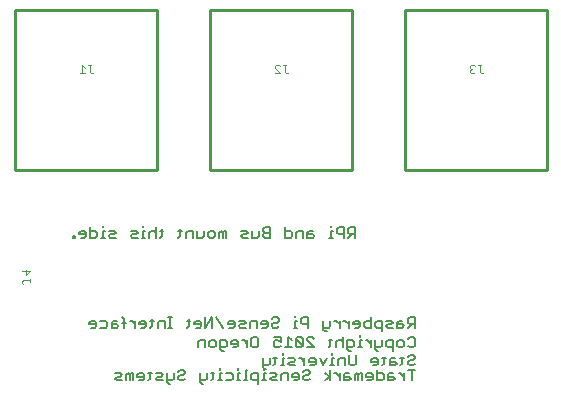
<source format=gbo>
G75*
%MOIN*%
%OFA0B0*%
%FSLAX24Y24*%
%IPPOS*%
%LPD*%
%AMOC8*
5,1,8,0,0,1.08239X$1,22.5*
%
%ADD10C,0.0050*%
%ADD11C,0.0040*%
%ADD12C,0.0100*%
D10*
X007907Y014557D02*
X007965Y014557D01*
X007907Y014557D02*
X007848Y014615D01*
X007848Y014907D01*
X007714Y014849D02*
X007655Y014907D01*
X007480Y014907D01*
X007539Y014790D02*
X007655Y014790D01*
X007714Y014849D01*
X007714Y014674D02*
X007539Y014674D01*
X007480Y014732D01*
X007539Y014790D01*
X007345Y014907D02*
X007229Y014907D01*
X007287Y014965D02*
X007287Y014732D01*
X007229Y014674D01*
X007100Y014732D02*
X007100Y014849D01*
X007041Y014907D01*
X006925Y014907D01*
X006866Y014849D01*
X006866Y014790D01*
X007100Y014790D01*
X007100Y014732D02*
X007041Y014674D01*
X006925Y014674D01*
X006731Y014674D02*
X006731Y014907D01*
X006673Y014907D01*
X006615Y014849D01*
X006556Y014907D01*
X006498Y014849D01*
X006498Y014674D01*
X006615Y014674D02*
X006615Y014849D01*
X006363Y014849D02*
X006305Y014907D01*
X006130Y014907D01*
X006188Y014790D02*
X006305Y014790D01*
X006363Y014849D01*
X006363Y014674D02*
X006188Y014674D01*
X006130Y014732D01*
X006188Y014790D01*
X007848Y014674D02*
X008024Y014674D01*
X008082Y014732D01*
X008082Y014907D01*
X008217Y014965D02*
X008275Y015024D01*
X008392Y015024D01*
X008450Y014965D01*
X008450Y014907D01*
X008392Y014849D01*
X008275Y014849D01*
X008217Y014790D01*
X008217Y014732D01*
X008275Y014674D01*
X008392Y014674D01*
X008450Y014732D01*
X008953Y014674D02*
X009129Y014674D01*
X009187Y014732D01*
X009187Y014907D01*
X009316Y014907D02*
X009432Y014907D01*
X009374Y014965D02*
X009374Y014732D01*
X009316Y014674D01*
X009561Y014674D02*
X009678Y014674D01*
X009620Y014674D02*
X009620Y014907D01*
X009678Y014907D01*
X009620Y015024D02*
X009620Y015082D01*
X009813Y014907D02*
X009988Y014907D01*
X010046Y014849D01*
X010046Y014732D01*
X009988Y014674D01*
X009813Y014674D01*
X010175Y014674D02*
X010292Y014674D01*
X010233Y014674D02*
X010233Y014907D01*
X010292Y014907D01*
X010233Y015024D02*
X010233Y015082D01*
X010479Y015024D02*
X010479Y014674D01*
X010537Y014674D02*
X010421Y014674D01*
X010672Y014732D02*
X010731Y014674D01*
X010906Y014674D01*
X010906Y014557D02*
X010906Y014907D01*
X010731Y014907D01*
X010672Y014849D01*
X010672Y014732D01*
X010537Y015024D02*
X010479Y015024D01*
X011041Y015115D02*
X011099Y015057D01*
X011157Y015057D01*
X011093Y015082D02*
X011093Y015024D01*
X011041Y015115D02*
X011041Y015407D01*
X011274Y015407D02*
X011274Y015232D01*
X011216Y015174D01*
X011041Y015174D01*
X011093Y014907D02*
X011093Y014674D01*
X011151Y014674D02*
X011034Y014674D01*
X011093Y014907D02*
X011151Y014907D01*
X011286Y014907D02*
X011461Y014907D01*
X011520Y014849D01*
X011461Y014790D01*
X011344Y014790D01*
X011286Y014732D01*
X011344Y014674D01*
X011520Y014674D01*
X011654Y014674D02*
X011654Y014849D01*
X011713Y014907D01*
X011888Y014907D01*
X011888Y014674D01*
X012023Y014790D02*
X012256Y014790D01*
X012256Y014732D02*
X012256Y014849D01*
X012198Y014907D01*
X012081Y014907D01*
X012023Y014849D01*
X012023Y014790D01*
X012081Y014674D02*
X012198Y014674D01*
X012256Y014732D01*
X012391Y014732D02*
X012449Y014674D01*
X012566Y014674D01*
X012625Y014732D01*
X012566Y014849D02*
X012449Y014849D01*
X012391Y014790D01*
X012391Y014732D01*
X012566Y014849D02*
X012625Y014907D01*
X012625Y014965D01*
X012566Y015024D01*
X012449Y015024D01*
X012391Y014965D01*
X012440Y015174D02*
X012440Y015407D01*
X012324Y015407D02*
X012440Y015290D01*
X012575Y015290D02*
X012809Y015290D01*
X012809Y015232D02*
X012809Y015349D01*
X012750Y015407D01*
X012634Y015407D01*
X012575Y015349D01*
X012575Y015290D01*
X012634Y015174D02*
X012750Y015174D01*
X012809Y015232D01*
X012943Y015407D02*
X013060Y015174D01*
X013177Y015407D01*
X013364Y015407D02*
X013364Y015174D01*
X013306Y015174D02*
X013423Y015174D01*
X013557Y015174D02*
X013557Y015349D01*
X013616Y015407D01*
X013791Y015407D01*
X013791Y015174D01*
X013926Y015232D02*
X013984Y015174D01*
X014101Y015174D01*
X014159Y015232D01*
X014159Y015524D01*
X013981Y015657D02*
X013923Y015657D01*
X013864Y015715D01*
X013864Y016007D01*
X014039Y016007D01*
X014098Y015949D01*
X014098Y015832D01*
X014039Y015774D01*
X013864Y015774D01*
X013729Y015774D02*
X013729Y016124D01*
X013671Y016007D02*
X013554Y016007D01*
X013496Y015949D01*
X013496Y015774D01*
X013303Y015832D02*
X013303Y016065D01*
X013361Y016007D02*
X013244Y016007D01*
X013303Y015832D02*
X013244Y015774D01*
X013364Y015582D02*
X013364Y015524D01*
X013364Y015407D02*
X013423Y015407D01*
X013300Y015024D02*
X013300Y014674D01*
X013300Y014790D02*
X013125Y014907D01*
X013300Y014790D02*
X013125Y014674D01*
X013432Y014907D02*
X013490Y014907D01*
X013607Y014790D01*
X013607Y014674D02*
X013607Y014907D01*
X013741Y014849D02*
X013741Y014674D01*
X013917Y014674D01*
X013975Y014732D01*
X013917Y014790D01*
X013741Y014790D01*
X013741Y014849D02*
X013800Y014907D01*
X013917Y014907D01*
X014110Y014849D02*
X014110Y014674D01*
X014227Y014674D02*
X014227Y014849D01*
X014168Y014907D01*
X014110Y014849D01*
X014227Y014849D02*
X014285Y014907D01*
X014343Y014907D01*
X014343Y014674D01*
X014478Y014790D02*
X014712Y014790D01*
X014712Y014732D02*
X014712Y014849D01*
X014653Y014907D01*
X014536Y014907D01*
X014478Y014849D01*
X014478Y014790D01*
X014536Y014674D02*
X014653Y014674D01*
X014712Y014732D01*
X014846Y014674D02*
X015022Y014674D01*
X015080Y014732D01*
X015080Y014849D01*
X015022Y014907D01*
X014846Y014907D01*
X014846Y015024D02*
X014846Y014674D01*
X015215Y014674D02*
X015390Y014674D01*
X015448Y014732D01*
X015390Y014790D01*
X015215Y014790D01*
X015215Y014849D02*
X015215Y014674D01*
X015215Y014849D02*
X015273Y014907D01*
X015390Y014907D01*
X015580Y014907D02*
X015638Y014907D01*
X015755Y014790D01*
X015755Y014674D02*
X015755Y014907D01*
X015890Y015024D02*
X016124Y015024D01*
X016007Y015024D02*
X016007Y014674D01*
X016065Y015174D02*
X016124Y015232D01*
X016065Y015174D02*
X015948Y015174D01*
X015890Y015232D01*
X015890Y015290D01*
X015948Y015349D01*
X016065Y015349D01*
X016124Y015407D01*
X016124Y015465D01*
X016065Y015524D01*
X015948Y015524D01*
X015890Y015465D01*
X015755Y015407D02*
X015638Y015407D01*
X015697Y015465D02*
X015697Y015232D01*
X015638Y015174D01*
X015510Y015232D02*
X015451Y015290D01*
X015276Y015290D01*
X015276Y015349D02*
X015276Y015174D01*
X015451Y015174D01*
X015510Y015232D01*
X015451Y015407D02*
X015334Y015407D01*
X015276Y015349D01*
X015141Y015407D02*
X015025Y015407D01*
X015083Y015465D02*
X015083Y015232D01*
X015025Y015174D01*
X014896Y015232D02*
X014896Y015349D01*
X014837Y015407D01*
X014721Y015407D01*
X014662Y015349D01*
X014662Y015290D01*
X014896Y015290D01*
X014896Y015232D02*
X014837Y015174D01*
X014721Y015174D01*
X014843Y015657D02*
X014902Y015657D01*
X014843Y015657D02*
X014785Y015715D01*
X014785Y016007D01*
X014650Y016007D02*
X014650Y015774D01*
X014650Y015890D02*
X014533Y016007D01*
X014475Y016007D01*
X014343Y016007D02*
X014285Y016007D01*
X014285Y015774D01*
X014343Y015774D02*
X014227Y015774D01*
X014285Y016124D02*
X014285Y016182D01*
X014224Y016424D02*
X014282Y016482D01*
X014282Y016599D01*
X014224Y016657D01*
X014107Y016657D01*
X014048Y016599D01*
X014048Y016540D01*
X014282Y016540D01*
X014224Y016424D02*
X014107Y016424D01*
X013914Y016424D02*
X013914Y016657D01*
X013914Y016540D02*
X013797Y016657D01*
X013738Y016657D01*
X013607Y016657D02*
X013607Y016424D01*
X013607Y016540D02*
X013490Y016657D01*
X013432Y016657D01*
X013300Y016657D02*
X013300Y016482D01*
X013241Y016424D01*
X013066Y016424D01*
X013066Y016365D02*
X013125Y016307D01*
X013183Y016307D01*
X013066Y016365D02*
X013066Y016657D01*
X012563Y016540D02*
X012388Y016540D01*
X012330Y016599D01*
X012330Y016715D01*
X012388Y016774D01*
X012563Y016774D01*
X012563Y016424D01*
X012572Y016124D02*
X012689Y016124D01*
X012747Y016065D01*
X012572Y016124D02*
X012514Y016065D01*
X012514Y016007D01*
X012747Y015774D01*
X012514Y015774D01*
X012379Y015832D02*
X012145Y016065D01*
X012145Y015832D01*
X012204Y015774D01*
X012321Y015774D01*
X012379Y015832D01*
X012379Y016065D01*
X012321Y016124D01*
X012204Y016124D01*
X012145Y016065D01*
X012011Y016007D02*
X011894Y016124D01*
X011894Y015774D01*
X012011Y015774D02*
X011777Y015774D01*
X011642Y015832D02*
X011584Y015774D01*
X011467Y015774D01*
X011409Y015832D01*
X011409Y015949D01*
X011467Y016007D01*
X011526Y016007D01*
X011642Y015949D01*
X011642Y016124D01*
X011409Y016124D01*
X011406Y016424D02*
X011523Y016424D01*
X011581Y016482D01*
X011523Y016599D02*
X011406Y016599D01*
X011347Y016540D01*
X011347Y016482D01*
X011406Y016424D01*
X011213Y016482D02*
X011213Y016599D01*
X011154Y016657D01*
X011037Y016657D01*
X010979Y016599D01*
X010979Y016540D01*
X011213Y016540D01*
X011213Y016482D02*
X011154Y016424D01*
X011037Y016424D01*
X010844Y016424D02*
X010844Y016657D01*
X010669Y016657D01*
X010611Y016599D01*
X010611Y016424D01*
X010476Y016424D02*
X010301Y016424D01*
X010242Y016482D01*
X010301Y016540D01*
X010418Y016540D01*
X010476Y016599D01*
X010418Y016657D01*
X010242Y016657D01*
X010108Y016599D02*
X010108Y016482D01*
X010049Y016424D01*
X009933Y016424D01*
X009874Y016540D02*
X010108Y016540D01*
X010108Y016599D02*
X010049Y016657D01*
X009933Y016657D01*
X009874Y016599D01*
X009874Y016540D01*
X009739Y016424D02*
X009506Y016774D01*
X009371Y016774D02*
X009138Y016424D01*
X009138Y016774D01*
X009003Y016599D02*
X008944Y016657D01*
X008828Y016657D01*
X008769Y016599D01*
X008769Y016540D01*
X009003Y016540D01*
X009003Y016482D02*
X009003Y016599D01*
X009003Y016482D02*
X008944Y016424D01*
X008828Y016424D01*
X008576Y016482D02*
X008576Y016715D01*
X008634Y016657D02*
X008518Y016657D01*
X008576Y016482D02*
X008518Y016424D01*
X008021Y016424D02*
X007904Y016424D01*
X007962Y016424D02*
X007962Y016774D01*
X007904Y016774D02*
X008021Y016774D01*
X007775Y016657D02*
X007775Y016424D01*
X007775Y016657D02*
X007600Y016657D01*
X007542Y016599D01*
X007542Y016424D01*
X007348Y016482D02*
X007290Y016424D01*
X007348Y016482D02*
X007348Y016715D01*
X007407Y016657D02*
X007290Y016657D01*
X007161Y016599D02*
X007103Y016657D01*
X006986Y016657D01*
X006928Y016599D01*
X006928Y016540D01*
X007161Y016540D01*
X007161Y016482D02*
X007161Y016599D01*
X007161Y016482D02*
X007103Y016424D01*
X006986Y016424D01*
X006793Y016424D02*
X006793Y016657D01*
X006793Y016540D02*
X006676Y016657D01*
X006618Y016657D01*
X006486Y016599D02*
X006369Y016599D01*
X006428Y016715D02*
X006369Y016774D01*
X006428Y016715D02*
X006428Y016424D01*
X006240Y016482D02*
X006182Y016540D01*
X006007Y016540D01*
X006007Y016599D02*
X006007Y016424D01*
X006182Y016424D01*
X006240Y016482D01*
X006182Y016657D02*
X006065Y016657D01*
X006007Y016599D01*
X005872Y016599D02*
X005872Y016482D01*
X005814Y016424D01*
X005639Y016424D01*
X005504Y016482D02*
X005504Y016599D01*
X005445Y016657D01*
X005329Y016657D01*
X005270Y016599D01*
X005270Y016540D01*
X005504Y016540D01*
X005504Y016482D02*
X005445Y016424D01*
X005329Y016424D01*
X005639Y016657D02*
X005814Y016657D01*
X005872Y016599D01*
X008892Y015949D02*
X008892Y015774D01*
X008892Y015949D02*
X008950Y016007D01*
X009126Y016007D01*
X009126Y015774D01*
X009260Y015832D02*
X009260Y015949D01*
X009319Y016007D01*
X009435Y016007D01*
X009494Y015949D01*
X009494Y015832D01*
X009435Y015774D01*
X009319Y015774D01*
X009260Y015832D01*
X009629Y015774D02*
X009804Y015774D01*
X009862Y015832D01*
X009862Y015949D01*
X009804Y016007D01*
X009629Y016007D01*
X009629Y015715D01*
X009687Y015657D01*
X009745Y015657D01*
X010055Y015774D02*
X010172Y015774D01*
X010230Y015832D01*
X010230Y015949D01*
X010172Y016007D01*
X010055Y016007D01*
X009997Y015949D01*
X009997Y015890D01*
X010230Y015890D01*
X010362Y016007D02*
X010421Y016007D01*
X010537Y015890D01*
X010537Y015774D02*
X010537Y016007D01*
X010672Y016065D02*
X010672Y015832D01*
X010731Y015774D01*
X010847Y015774D01*
X010906Y015832D01*
X010906Y016065D01*
X010847Y016124D01*
X010731Y016124D01*
X010672Y016065D01*
X011347Y016715D02*
X011406Y016774D01*
X011523Y016774D01*
X011581Y016715D01*
X011581Y016657D01*
X011523Y016599D01*
X012078Y016424D02*
X012195Y016424D01*
X012136Y016424D02*
X012136Y016657D01*
X012195Y016657D01*
X012136Y016774D02*
X012136Y016832D01*
X011707Y015582D02*
X011707Y015524D01*
X011707Y015407D02*
X011707Y015174D01*
X011765Y015174D02*
X011648Y015174D01*
X011461Y015232D02*
X011403Y015174D01*
X011461Y015232D02*
X011461Y015465D01*
X011520Y015407D02*
X011403Y015407D01*
X011707Y015407D02*
X011765Y015407D01*
X011900Y015407D02*
X012075Y015407D01*
X012133Y015349D01*
X012075Y015290D01*
X011958Y015290D01*
X011900Y015232D01*
X011958Y015174D01*
X012133Y015174D01*
X012265Y015407D02*
X012324Y015407D01*
X013671Y016007D02*
X013729Y015949D01*
X013926Y015524D02*
X013926Y015232D01*
X014785Y015774D02*
X014960Y015774D01*
X015019Y015832D01*
X015019Y016007D01*
X015153Y015949D02*
X015153Y015832D01*
X015212Y015774D01*
X015387Y015774D01*
X015387Y015657D02*
X015387Y016007D01*
X015212Y016007D01*
X015153Y015949D01*
X015522Y015949D02*
X015580Y016007D01*
X015697Y016007D01*
X015755Y015949D01*
X015755Y015832D01*
X015697Y015774D01*
X015580Y015774D01*
X015522Y015832D01*
X015522Y015949D01*
X015890Y016065D02*
X015948Y016124D01*
X016065Y016124D01*
X016124Y016065D01*
X016124Y015832D01*
X016065Y015774D01*
X015948Y015774D01*
X015890Y015832D01*
X015890Y016424D02*
X016007Y016540D01*
X015948Y016540D02*
X016124Y016540D01*
X016124Y016424D02*
X016124Y016774D01*
X015948Y016774D01*
X015890Y016715D01*
X015890Y016599D01*
X015948Y016540D01*
X015755Y016482D02*
X015697Y016540D01*
X015522Y016540D01*
X015522Y016599D02*
X015522Y016424D01*
X015697Y016424D01*
X015755Y016482D01*
X015697Y016657D02*
X015580Y016657D01*
X015522Y016599D01*
X015387Y016599D02*
X015328Y016657D01*
X015153Y016657D01*
X015212Y016540D02*
X015328Y016540D01*
X015387Y016599D01*
X015387Y016424D02*
X015212Y016424D01*
X015153Y016482D01*
X015212Y016540D01*
X015019Y016424D02*
X014843Y016424D01*
X014785Y016482D01*
X014785Y016599D01*
X014843Y016657D01*
X015019Y016657D01*
X015019Y016307D01*
X014650Y016424D02*
X014475Y016424D01*
X014417Y016482D01*
X014417Y016599D01*
X014475Y016657D01*
X014650Y016657D01*
X014650Y016774D02*
X014650Y016424D01*
X014124Y019424D02*
X014124Y019774D01*
X013948Y019774D01*
X013890Y019715D01*
X013890Y019599D01*
X013948Y019540D01*
X014124Y019540D01*
X014007Y019540D02*
X013890Y019424D01*
X013755Y019424D02*
X013755Y019774D01*
X013580Y019774D01*
X013522Y019715D01*
X013522Y019599D01*
X013580Y019540D01*
X013755Y019540D01*
X013387Y019424D02*
X013270Y019424D01*
X013328Y019424D02*
X013328Y019657D01*
X013387Y019657D01*
X013328Y019774D02*
X013328Y019832D01*
X012715Y019657D02*
X012598Y019657D01*
X012539Y019599D01*
X012539Y019424D01*
X012715Y019424D01*
X012773Y019482D01*
X012715Y019540D01*
X012539Y019540D01*
X012405Y019424D02*
X012405Y019657D01*
X012230Y019657D01*
X012171Y019599D01*
X012171Y019424D01*
X012036Y019482D02*
X012036Y019599D01*
X011978Y019657D01*
X011803Y019657D01*
X011803Y019774D02*
X011803Y019424D01*
X011978Y019424D01*
X012036Y019482D01*
X011300Y019424D02*
X011125Y019424D01*
X011066Y019482D01*
X011066Y019540D01*
X011125Y019599D01*
X011300Y019599D01*
X011300Y019774D02*
X011125Y019774D01*
X011066Y019715D01*
X011066Y019657D01*
X011125Y019599D01*
X010931Y019657D02*
X010931Y019482D01*
X010873Y019424D01*
X010698Y019424D01*
X010698Y019657D01*
X010563Y019599D02*
X010505Y019657D01*
X010330Y019657D01*
X010388Y019540D02*
X010505Y019540D01*
X010563Y019599D01*
X010563Y019424D02*
X010388Y019424D01*
X010330Y019482D01*
X010388Y019540D01*
X009827Y019424D02*
X009827Y019657D01*
X009768Y019657D01*
X009710Y019599D01*
X009651Y019657D01*
X009593Y019599D01*
X009593Y019424D01*
X009710Y019424D02*
X009710Y019599D01*
X009458Y019599D02*
X009458Y019482D01*
X009400Y019424D01*
X009283Y019424D01*
X009225Y019482D01*
X009225Y019599D01*
X009283Y019657D01*
X009400Y019657D01*
X009458Y019599D01*
X009090Y019657D02*
X009090Y019482D01*
X009031Y019424D01*
X008856Y019424D01*
X008856Y019657D01*
X008722Y019657D02*
X008546Y019657D01*
X008488Y019599D01*
X008488Y019424D01*
X008295Y019482D02*
X008236Y019424D01*
X008295Y019482D02*
X008295Y019715D01*
X008353Y019657D02*
X008236Y019657D01*
X007739Y019657D02*
X007623Y019657D01*
X007681Y019715D02*
X007681Y019482D01*
X007623Y019424D01*
X007494Y019424D02*
X007494Y019774D01*
X007435Y019657D02*
X007319Y019657D01*
X007260Y019599D01*
X007260Y019424D01*
X007126Y019424D02*
X007009Y019424D01*
X007067Y019424D02*
X007067Y019657D01*
X007126Y019657D01*
X007067Y019774D02*
X007067Y019832D01*
X006880Y019599D02*
X006822Y019657D01*
X006646Y019657D01*
X006705Y019540D02*
X006646Y019482D01*
X006705Y019424D01*
X006880Y019424D01*
X006822Y019540D02*
X006880Y019599D01*
X006822Y019540D02*
X006705Y019540D01*
X006143Y019599D02*
X006085Y019540D01*
X005968Y019540D01*
X005910Y019482D01*
X005968Y019424D01*
X006143Y019424D01*
X006143Y019599D02*
X006085Y019657D01*
X005910Y019657D01*
X005775Y019657D02*
X005717Y019657D01*
X005717Y019424D01*
X005775Y019424D02*
X005658Y019424D01*
X005530Y019482D02*
X005530Y019599D01*
X005471Y019657D01*
X005296Y019657D01*
X005296Y019774D02*
X005296Y019424D01*
X005471Y019424D01*
X005530Y019482D01*
X005717Y019774D02*
X005717Y019832D01*
X005161Y019599D02*
X005103Y019657D01*
X004986Y019657D01*
X004928Y019599D01*
X004928Y019540D01*
X005161Y019540D01*
X005161Y019482D02*
X005161Y019599D01*
X005161Y019482D02*
X005103Y019424D01*
X004986Y019424D01*
X004793Y019424D02*
X004734Y019424D01*
X004734Y019482D01*
X004793Y019482D01*
X004793Y019424D01*
X007435Y019657D02*
X007494Y019599D01*
X008722Y019657D02*
X008722Y019424D01*
X011300Y019424D02*
X011300Y019774D01*
X009371Y016774D02*
X009371Y016424D01*
X008953Y014907D02*
X008953Y014615D01*
X009012Y014557D01*
X009070Y014557D01*
D11*
X003289Y017967D02*
X003289Y018061D01*
X003289Y018014D02*
X003055Y018014D01*
X003009Y017967D01*
X003009Y017921D01*
X003055Y017874D01*
X003149Y018169D02*
X003149Y018355D01*
X003009Y018309D02*
X003289Y018309D01*
X003149Y018169D01*
X004942Y024902D02*
X005129Y024902D01*
X005035Y024902D02*
X005035Y025182D01*
X005129Y025089D01*
X005236Y025182D02*
X005330Y025182D01*
X005283Y025182D02*
X005283Y024949D01*
X005330Y024902D01*
X005376Y024902D01*
X005423Y024949D01*
X011442Y024902D02*
X011629Y024902D01*
X011442Y025089D01*
X011442Y025136D01*
X011488Y025182D01*
X011582Y025182D01*
X011629Y025136D01*
X011736Y025182D02*
X011830Y025182D01*
X011783Y025182D02*
X011783Y024949D01*
X011830Y024902D01*
X011876Y024902D01*
X011923Y024949D01*
X017942Y024949D02*
X017988Y024902D01*
X018082Y024902D01*
X018129Y024949D01*
X018035Y025042D02*
X017988Y025042D01*
X017942Y024996D01*
X017942Y024949D01*
X017988Y025042D02*
X017942Y025089D01*
X017942Y025136D01*
X017988Y025182D01*
X018082Y025182D01*
X018129Y025136D01*
X018236Y025182D02*
X018330Y025182D01*
X018283Y025182D02*
X018283Y024949D01*
X018330Y024902D01*
X018376Y024902D01*
X018423Y024949D01*
D12*
X020511Y027011D02*
X015786Y027011D01*
X015786Y021696D01*
X020511Y021696D01*
X020511Y027011D01*
X014011Y027011D02*
X009286Y027011D01*
X009286Y021696D01*
X014011Y021696D01*
X014011Y027011D01*
X007511Y027011D02*
X007511Y021696D01*
X002786Y021696D01*
X002786Y027011D01*
X007511Y027011D01*
M02*

</source>
